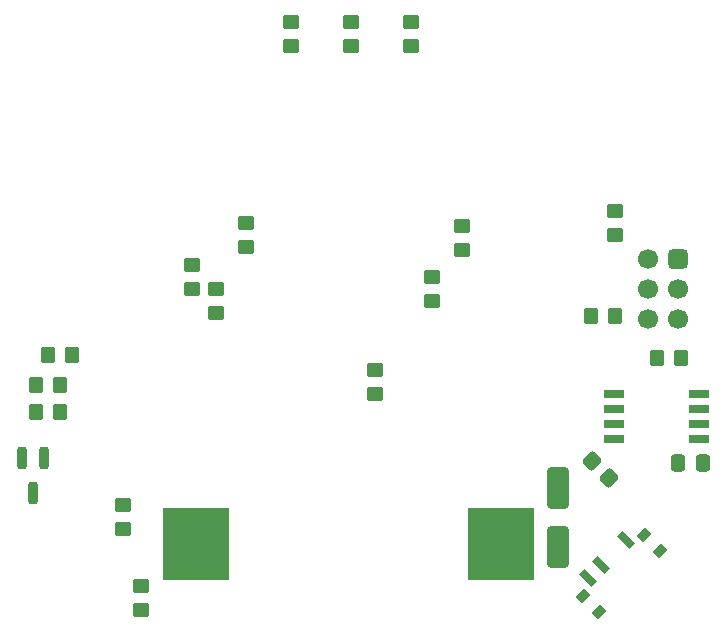
<source format=gbp>
%TF.GenerationSoftware,KiCad,Pcbnew,8.0.6*%
%TF.CreationDate,2024-11-04T22:38:12+01:00*%
%TF.ProjectId,christmas_ornament_2024,63687269-7374-46d6-9173-5f6f726e616d,1.0*%
%TF.SameCoordinates,Original*%
%TF.FileFunction,Paste,Bot*%
%TF.FilePolarity,Positive*%
%FSLAX46Y46*%
G04 Gerber Fmt 4.6, Leading zero omitted, Abs format (unit mm)*
G04 Created by KiCad (PCBNEW 8.0.6) date 2024-11-04 22:38:12*
%MOMM*%
%LPD*%
G01*
G04 APERTURE LIST*
G04 Aperture macros list*
%AMRoundRect*
0 Rectangle with rounded corners*
0 $1 Rounding radius*
0 $2 $3 $4 $5 $6 $7 $8 $9 X,Y pos of 4 corners*
0 Add a 4 corners polygon primitive as box body*
4,1,4,$2,$3,$4,$5,$6,$7,$8,$9,$2,$3,0*
0 Add four circle primitives for the rounded corners*
1,1,$1+$1,$2,$3*
1,1,$1+$1,$4,$5*
1,1,$1+$1,$6,$7*
1,1,$1+$1,$8,$9*
0 Add four rect primitives between the rounded corners*
20,1,$1+$1,$2,$3,$4,$5,0*
20,1,$1+$1,$4,$5,$6,$7,0*
20,1,$1+$1,$6,$7,$8,$9,0*
20,1,$1+$1,$8,$9,$2,$3,0*%
%AMRotRect*
0 Rectangle, with rotation*
0 The origin of the aperture is its center*
0 $1 length*
0 $2 width*
0 $3 Rotation angle, in degrees counterclockwise*
0 Add horizontal line*
21,1,$1,$2,0,0,$3*%
G04 Aperture macros list end*
%ADD10RoundRect,0.250000X0.450000X-0.350000X0.450000X0.350000X-0.450000X0.350000X-0.450000X-0.350000X0*%
%ADD11RoundRect,0.250000X-0.565685X-0.070711X-0.070711X-0.565685X0.565685X0.070711X0.070711X0.565685X0*%
%ADD12RoundRect,0.250000X0.337500X0.475000X-0.337500X0.475000X-0.337500X-0.475000X0.337500X-0.475000X0*%
%ADD13RotRect,0.700000X1.500000X225.000000*%
%ADD14RotRect,1.000000X0.800000X225.000000*%
%ADD15RoundRect,0.250000X-0.450000X0.350000X-0.450000X-0.350000X0.450000X-0.350000X0.450000X0.350000X0*%
%ADD16RoundRect,0.250000X-0.350000X-0.450000X0.350000X-0.450000X0.350000X0.450000X-0.350000X0.450000X0*%
%ADD17RoundRect,0.250000X0.350000X0.450000X-0.350000X0.450000X-0.350000X-0.450000X0.350000X-0.450000X0*%
%ADD18R,1.750000X0.650000*%
%ADD19R,5.700000X6.100000*%
%ADD20RoundRect,0.425000X0.425000X0.425000X-0.425000X0.425000X-0.425000X-0.425000X0.425000X-0.425000X0*%
%ADD21C,1.700000*%
%ADD22RoundRect,0.200000X-0.200000X0.750000X-0.200000X-0.750000X0.200000X-0.750000X0.200000X0.750000X0*%
%ADD23RoundRect,0.250000X0.650000X-1.500000X0.650000X1.500000X-0.650000X1.500000X-0.650000X-1.500000X0*%
G04 APERTURE END LIST*
D10*
X143946806Y-88150453D03*
X143946806Y-86150453D03*
D11*
X173211699Y-106271346D03*
X174625913Y-107685560D03*
D12*
X182576306Y-106470453D03*
X180501306Y-106470453D03*
D13*
X176095019Y-112995366D03*
X173973699Y-115116686D03*
X172913039Y-116177346D03*
D14*
X177640048Y-112560495D03*
X179004764Y-113925211D03*
X173842884Y-119087091D03*
X172478168Y-117722375D03*
D15*
X147756806Y-69148453D03*
X147756806Y-71148453D03*
X157916806Y-69148453D03*
X157916806Y-71148453D03*
D16*
X173172806Y-94024453D03*
X175172806Y-94024453D03*
D17*
X129198806Y-97326453D03*
X127198806Y-97326453D03*
D15*
X133532806Y-110042453D03*
X133532806Y-112042453D03*
D18*
X175050806Y-104438453D03*
X175050806Y-103168454D03*
X175050806Y-101898454D03*
X175050806Y-100628455D03*
X182300806Y-100628455D03*
X182300806Y-101898454D03*
X182300806Y-103168454D03*
X182300806Y-104438453D03*
D15*
X141406806Y-91754453D03*
X141406806Y-93754453D03*
X135056806Y-116900453D03*
X135056806Y-118900453D03*
D10*
X175188806Y-87134453D03*
X175188806Y-85134453D03*
D19*
X165482806Y-113328453D03*
X139682806Y-113328453D03*
D20*
X180522806Y-89198453D03*
D21*
X177982806Y-89198453D03*
X180522806Y-91738453D03*
X177982806Y-91738453D03*
X180522806Y-94278453D03*
X177982806Y-94278453D03*
D17*
X128182806Y-102152453D03*
X126182806Y-102152453D03*
D16*
X126182806Y-99866453D03*
X128182806Y-99866453D03*
D22*
X124962806Y-105986453D03*
X126862806Y-105986453D03*
X125912806Y-108986453D03*
D15*
X152836806Y-69148453D03*
X152836806Y-71148453D03*
D10*
X139374806Y-91706453D03*
X139374806Y-89706453D03*
D17*
X180760806Y-97596453D03*
X178760806Y-97596453D03*
D15*
X159694806Y-90738453D03*
X159694806Y-92738453D03*
D23*
X170362806Y-113542453D03*
X170362806Y-108542453D03*
D10*
X154868806Y-100612453D03*
X154868806Y-98612453D03*
X162234806Y-88420453D03*
X162234806Y-86420453D03*
M02*

</source>
